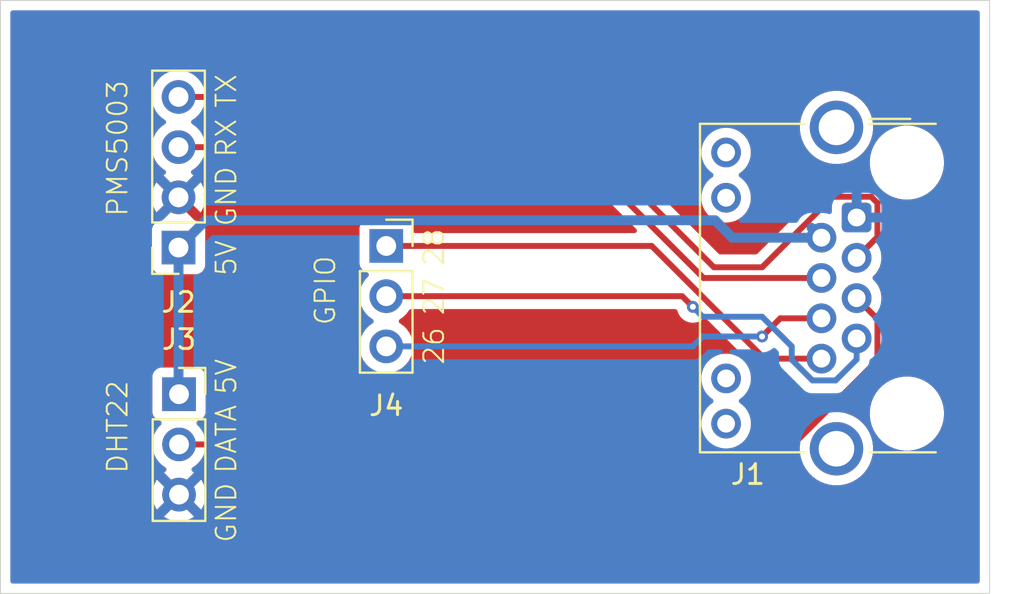
<source format=kicad_pcb>
(kicad_pcb (version 20241229) (generator "pcbnew") (generator_version "9.0")
  (layers (0 "F.Cu" signal) (2 "B.Cu" signal) (13 "F.Paste" user) (15 "B.Paste" user) (5 "F.SilkS" user "F.Silkscreen") (7 "B.SilkS" user "B.Silkscreen") (1 "F.Mask" user) (3 "B.Mask" user) (25 "Edge.Cuts" user))
  (net 0 "")
  (net 1 "GND")
  (net 2 "Net-(J3-Pin_2)")
  (net 3 "/TX")
  (net 4 "/RX")
  (net 5 "+5V")
  (net 6 "Net-(J4-Pin_1)")
  (net 7 "Net-(J4-Pin_2)")
  (net 8 "Net-(J4-Pin_3)")
  (footprint "Connector_PinSocket_2.54mm:PinSocket_1x03_P2.54mm_Vertical" (layer "F.Cu") (at 150 90.92)
    (property "Reference" "J4" (at 0 8.08 0) (layer "F.SilkS"))
    (property "Value" "ADC socket" (hide yes))
    (fp_line (start -1.33 1.27) (end -1.33 6.41) (stroke (width 0.12)) (layer "F.SilkS"))
    (fp_line (start -1.33 1.27) (end 1.33 1.27) (stroke (width 0.12)) (layer "F.SilkS"))
    (fp_line (start -1.33 6.41) (end 1.33 6.41) (stroke (width 0.12)) (layer "F.SilkS"))
    (fp_line (start 0 -1.33) (end 1.33 -1.33) (stroke (width 0.12)) (layer "F.SilkS"))
    (fp_line (start 1.33 -1.33) (end 1.33 0) (stroke (width 0.12)) (layer "F.SilkS"))
    (fp_line (start 1.33 1.27) (end 1.33 6.41) (stroke (width 0.12)) (layer "F.SilkS"))
    (pad "1" thru_hole rect (at 0 0) (size 1.7 1.7) (drill 1) (layers "*.Cu" "*.Mask") (net 6 "Net-(J4-Pin_1)"))
    (pad "2" thru_hole circle (at 0 2.54) (size 1.7 1.7) (drill 1) (layers "*.Cu" "*.Mask") (net 7 "Net-(J4-Pin_2)"))
    (pad "3" thru_hole circle (at 0 5.08) (size 1.7 1.7) (drill 1) (layers "*.Cu" "*.Mask") (net 8 "Net-(J4-Pin_3)"))
  )
  (footprint "Connector_PinSocket_2.54mm:PinSocket_1x04_P2.54mm_Vertical" (layer "F.Cu") (at 139.5 91 180)
    (property "Reference" "J2" (at 0 -2.77 0) (layer "F.SilkS"))
    (property "Value" "PMS5003 socket" (hide yes))
    (fp_line (start 1.33 1.27) (end 1.33 8.95) (stroke (width 0.12)) (layer "F.SilkS"))
    (fp_line (start 1.33 -1.33) (end 1.33 0) (stroke (width 0.12)) (layer "F.SilkS"))
    (fp_line (start 0 -1.33) (end 1.33 -1.33) (stroke (width 0.12)) (layer "F.SilkS"))
    (fp_line (start -1.33 8.95) (end 1.33 8.95) (stroke (width 0.12)) (layer "F.SilkS"))
    (fp_line (start -1.33 1.27) (end 1.33 1.27) (stroke (width 0.12)) (layer "F.SilkS"))
    (fp_line (start -1.33 1.27) (end -1.33 8.95) (stroke (width 0.12)) (layer "F.SilkS"))
    (pad "1" thru_hole rect (at 0 0 180) (size 1.7 1.7) (drill 1) (layers "*.Cu" "*.Mask") (net 5 "+5V"))
    (pad "2" thru_hole circle (at 0 2.54 180) (size 1.7 1.7) (drill 1) (layers "*.Cu" "*.Mask") (net 1 "GND"))
    (pad "3" thru_hole circle (at 0 5.08 180) (size 1.7 1.7) (drill 1) (layers "*.Cu" "*.Mask") (net 4 "/RX"))
    (pad "4" thru_hole circle (at 0 7.62 180) (size 1.7 1.7) (drill 1) (layers "*.Cu" "*.Mask") (net 3 "/TX"))
  )
  (footprint "Connector_PinSocket_2.54mm:PinSocket_1x03_P2.54mm_Vertical" (layer "F.Cu") (at 139.525 98.42)
    (property "Reference" "J3" (at 0 -2.77 0) (layer "F.SilkS"))
    (property "Value" "DHT22 socket" (hide yes))
    (fp_line (start -1.33 1.27) (end -1.33 6.41) (stroke (width 0.12)) (layer "F.SilkS"))
    (fp_line (start -1.33 1.27) (end 1.33 1.27) (stroke (width 0.12)) (layer "F.SilkS"))
    (fp_line (start -1.33 6.41) (end 1.33 6.41) (stroke (width 0.12)) (layer "F.SilkS"))
    (fp_line (start 0 -1.33) (end 1.33 -1.33) (stroke (width 0.12)) (layer "F.SilkS"))
    (fp_line (start 1.33 -1.33) (end 1.33 0) (stroke (width 0.12)) (layer "F.SilkS"))
    (fp_line (start 1.33 1.27) (end 1.33 6.41) (stroke (width 0.12)) (layer "F.SilkS"))
    (pad "1" thru_hole rect (at 0 0) (size 1.7 1.7) (drill 1) (layers "*.Cu" "*.Mask") (net 5 "+5V"))
    (pad "2" thru_hole circle (at 0 2.54) (size 1.7 1.7) (drill 1) (layers "*.Cu" "*.Mask") (net 2 "Net-(J3-Pin_2)"))
    (pad "3" thru_hole circle (at 0 5.08) (size 1.7 1.7) (drill 1) (layers "*.Cu" "*.Mask") (net 1 "GND"))
  )
  (footprint "Connector_RJ:RJ45_Connfly_DS1128-09-S8xx-S_Horizontal" (layer "F.Cu") (at 173.78 89.48 -90)
    (property "Reference" "J1" (at 13 5.5 0) (layer "F.SilkS"))
    (property "Value" "8P8C")
    (fp_line (start -4.74 7.92) (end -4.74 2.66) (stroke (width 0.12)) (layer "F.SilkS"))
    (fp_line (start 11.88 7.92) (end -4.74 7.92) (stroke (width 0.12)) (layer "F.SilkS"))
    (fp_line (start 11.88 2.66) (end 11.88 7.92) (stroke (width 0.12)) (layer "F.SilkS"))
    (fp_line (start -4.99 -0.64) (end -4.99 -2.71) (stroke (width 0.12)) (layer "F.SilkS"))
    (fp_line (start -4.74 -0.64) (end -4.74 -4) (stroke (width 0.12)) (layer "F.SilkS"))
    (fp_line (start 11.88 -4) (end 11.88 -0.65) (stroke (width 0.12)) (layer "F.SilkS"))
    (pad "" np_thru_hole circle (at -2.78 -2.54 90) (size 3.25 3.25) (drill 3.25) (layers "*.Cu" "*.Mask"))
    (pad "" np_thru_hole circle (at 9.92 -2.54 90) (size 3.25 3.25) (drill 3.25) (layers "*.Cu" "*.Mask"))
    (pad "1" thru_hole roundrect (at 0 0 90) (size 1.5 1.5) (drill 0.9) (layers "*.Cu" "*.Mask") (roundrect_rratio 0.1666666667) (net 1 "GND"))
    (pad "2" thru_hole circle (at 1.02 1.78 90) (size 1.5 1.5) (drill 0.9) (layers "*.Cu" "*.Mask") (net 5 "+5V"))
    (pad "3" thru_hole circle (at 2.04 0 90) (size 1.5 1.5) (drill 0.9) (layers "*.Cu" "*.Mask") (net 3 "/TX"))
    (pad "4" thru_hole circle (at 3.06 1.78 90) (size 1.5 1.5) (drill 0.9) (layers "*.Cu" "*.Mask") (net 4 "/RX"))
    (pad "5" thru_hole circle (at 4.08 0 90) (size 1.5 1.5) (drill 0.9) (layers "*.Cu" "*.Mask") (net 2 "Net-(J3-Pin_2)"))
    (pad "6" thru_hole circle (at 5.1 1.78 90) (size 1.5 1.5) (drill 0.9) (layers "*.Cu" "*.Mask") (net 8 "Net-(J4-Pin_3)"))
    (pad "7" thru_hole circle (at 6.12 0 90) (size 1.5 1.5) (drill 0.9) (layers "*.Cu" "*.Mask") (net 7 "Net-(J4-Pin_2)"))
    (pad "8" thru_hole circle (at 7.14 1.78 90) (size 1.5 1.5) (drill 0.9) (layers "*.Cu" "*.Mask") (net 6 "Net-(J4-Pin_1)"))
    (pad "9" thru_hole circle (at -3.29 6.6 90) (size 1.5 1.5) (drill 0.9) (layers "*.Cu" "*.Mask"))
    (pad "10" thru_hole circle (at -1 6.6 90) (size 1.5 1.5) (drill 0.9) (layers "*.Cu" "*.Mask"))
    (pad "11" thru_hole circle (at 8.14 6.6 90) (size 1.5 1.5) (drill 0.9) (layers "*.Cu" "*.Mask"))
    (pad "12" thru_hole circle (at 10.43 6.6 90) (size 1.5 1.5) (drill 0.9) (layers "*.Cu" "*.Mask"))
    (pad "SH" thru_hole circle (at -4.56 1.02 90) (size 2.7 2.7) (drill 1.8) (layers "*.Cu" "*.Mask"))
    (pad "SH" thru_hole circle (at 11.7 1.02 90) (size 2.7 2.7) (drill 1.8) (layers "*.Cu" "*.Mask"))
  )
  (gr_rect (start 130.5 78.5) (end 180.5 108.5) (stroke (width 0.05)) (fill no) (layer "Edge.Cuts"))
  (gr_text "PMS5003\n" (at 137 89.5 90) (layer "F.SilkS") (effects (font (size 1 1) (thickness 0.1)) (justify left bottom)))
  (gr_text "TX" (at 142.5 84 90) (layer "F.SilkS") (effects (font (size 1 1) (thickness 0.1)) (justify left bottom)))
  (gr_text "GPIO" (at 147.5 95 90) (layer "F.SilkS") (effects (font (size 1 1) (thickness 0.1)) (justify left bottom)))
  (gr_text "5V" (at 142.5 92.5 90) (layer "F.SilkS") (effects (font (size 1 1) (thickness 0.1)) (justify left bottom)))
  (gr_text "27" (at 153 94.5 90) (layer "F.SilkS") (effects (font (size 1 1) (thickness 0.1)) (justify left bottom)))
  (gr_text "RX" (at 142.5 86.5 90) (layer "F.SilkS") (effects (font (size 1 1) (thickness 0.1)) (justify left bottom)))
  (gr_text "5V" (at 142.5 98.5 90) (layer "F.SilkS") (effects (font (size 1 1) (thickness 0.1)) (justify left bottom)))
  (gr_text "28" (at 153 92 90) (layer "F.SilkS") (effects (font (size 1 1) (thickness 0.1)) (justify left bottom)))
  (gr_text "GND" (at 142.5 106 90) (layer "F.SilkS") (effects (font (size 1 1) (thickness 0.1)) (justify left bottom)))
  (gr_text "DHT22" (at 137 102.5 90) (layer "F.SilkS") (effects (font (size 1 1) (thickness 0.1)) (justify left bottom)))
  (gr_text "GND" (at 142.5 90 90) (layer "F.SilkS") (effects (font (size 1 1) (thickness 0.1)) (justify left bottom)))
  (gr_text "26" (at 153 97 90) (layer "F.SilkS") (effects (font (size 1 1) (thickness 0.1)) (justify left bottom)))
  (gr_text "DATA" (at 142.5 102.5 90) (layer "F.SilkS") (effects (font (size 1 1) (thickness 0.1)) (justify left bottom)))
  (segment (start 174.831 94.611) (end 174.831 96.703422) (width 0.3) (layer "F.Cu") (net 2))
  (segment (start 174.831 96.703422) (end 170.034422 101.5) (width 0.3) (layer "F.Cu") (net 2))
  (segment (start 170.034422 101.5) (end 165 101.5) (width 0.3) (layer "F.Cu") (net 2))
  (segment (start 173.78 93.56) (end 174.831 94.611) (width 0.3) (layer "F.Cu") (net 2))
  (segment (start 164.46 100.96) (end 139.525 100.96) (width 0.3) (layer "F.Cu") (net 2))
  (segment (start 165 101.5) (end 164.46 100.96) (width 0.3) (layer "F.Cu") (net 2))
  (segment (start 157.9471 83.38) (end 139.5 83.38) (width 0.3) (layer "F.Cu") (net 3))
  (segment (start 174.51516 88.429) (end 172.571 88.429) (width 0.3) (layer "F.Cu") (net 3))
  (segment (start 169 92) (end 166.5671 92) (width 0.3) (layer "F.Cu") (net 3))
  (segment (start 174.831 88.74484) (end 174.51516 88.429) (width 0.3) (layer "F.Cu") (net 3))
  (segment (start 172.571 88.429) (end 169 92) (width 0.3) (layer "F.Cu") (net 3))
  (segment (start 166.5671 92) (end 157.9471 83.38) (width 0.3) (layer "F.Cu") (net 3))
  (segment (start 173.78 91.52) (end 174.831 90.469) (width 0.3) (layer "F.Cu") (net 3))
  (segment (start 174.831 90.469) (end 174.831 88.74484) (width 0.3) (layer "F.Cu") (net 3))
  (segment (start 172 92.54) (end 166.04 92.54) (width 0.3) (layer "F.Cu") (net 4))
  (segment (start 166.04 92.54) (end 159.42 85.92) (width 0.3) (layer "F.Cu") (net 4))
  (segment (start 159.42 85.92) (end 139.5 85.92) (width 0.3) (layer "F.Cu") (net 4))
  (segment (start 139.5 91) (end 139.5 98.395) (width 0.5) (layer "B.Cu") (net 5))
  (segment (start 139.5 98.395) (end 139.525 98.42) (width 0.5) (layer "B.Cu") (net 5))
  (segment (start 171.5 90) (end 172 90.5) (width 0.5) (layer "B.Cu") (net 5))
  (segment (start 167.501529 90.5) (end 172 90.5) (width 0.5) (layer "B.Cu") (net 5))
  (segment (start 139.5 91) (end 140.881 89.619) (width 0.5) (layer "B.Cu") (net 5))
  (segment (start 140.881 89.619) (end 166.620529 89.619) (width 0.5) (layer "B.Cu") (net 5))
  (segment (start 166.620529 89.619) (end 167.501529 90.5) (width 0.5) (layer "B.Cu") (net 5))
  (segment (start 163.42 90.92) (end 150 90.92) (width 0.3) (layer "F.Cu") (net 6))
  (segment (start 172 96.62) (end 169.12 96.62) (width 0.3) (layer "F.Cu") (net 6))
  (segment (start 169.12 96.62) (end 163.42 90.92) (width 0.3) (layer "F.Cu") (net 6))
  (segment (start 164.96 93.46) (end 165.5 94) (width 0.3) (layer "F.Cu") (net 7))
  (segment (start 150 93.46) (end 164.96 93.46) (width 0.3) (layer "F.Cu") (net 7))
  (via (at 165.5 94) (size 0.6) (drill 0.3) (layers "F.Cu" "B.Cu") (net 7))
  (segment (start 171.54395 97.721) (end 170.5 96.67705) (width 0.3) (layer "B.Cu") (net 7))
  (segment (start 169.5 95) (end 169 94.5) (width 0.3) (layer "B.Cu") (net 7))
  (segment (start 173.78 96.66066) (end 172.71966 97.721) (width 0.3) (layer "B.Cu") (net 7))
  (segment (start 170.5 96) (end 169.5 95) (width 0.3) (layer "B.Cu") (net 7))
  (segment (start 166 94.5) (end 165.5 94) (width 0.3) (layer "B.Cu") (net 7))
  (segment (start 170.5 96.67705) (end 170.5 96) (width 0.3) (layer "B.Cu") (net 7))
  (segment (start 172.71966 97.721) (end 171.54395 97.721) (width 0.3) (layer "B.Cu") (net 7))
  (segment (start 173.78 95.6) (end 173.78 96.66066) (width 0.3) (layer "B.Cu") (net 7))
  (segment (start 169 94.5) (end 166 94.5) (width 0.3) (layer "B.Cu") (net 7))
  (segment (start 169.92 94.58) (end 169 95.5) (width 0.3) (layer "F.Cu") (net 8))
  (segment (start 172 94.58) (end 169.92 94.58) (width 0.3) (layer "F.Cu") (net 8))
  (via (at 169 95.5) (size 0.6) (drill 0.3) (layers "F.Cu" "B.Cu") (net 8))
  (segment (start 169 95.5) (end 166 95.5) (width 0.3) (layer "B.Cu") (net 8))
  (segment (start 165.5 96) (end 150 96) (width 0.3) (layer "B.Cu") (net 8))
  (segment (start 166 95.5) (end 165.5 96) (width 0.3) (layer "B.Cu") (net 8))
  (zone (net 1) (net_name "GND") (layers "F.Cu" "B.Cu") (connect_pads (clearance 0.5)) (min_thickness 0.25) (fill yes (thermal_gap 0.5) (thermal_bridge_width 0.5))
    (polygon (pts (xy 130.5 78.5) (xy 180.5 78.5) (xy 180.5 108.5) (xy 130.5 108.5)))
  )
)
</source>
